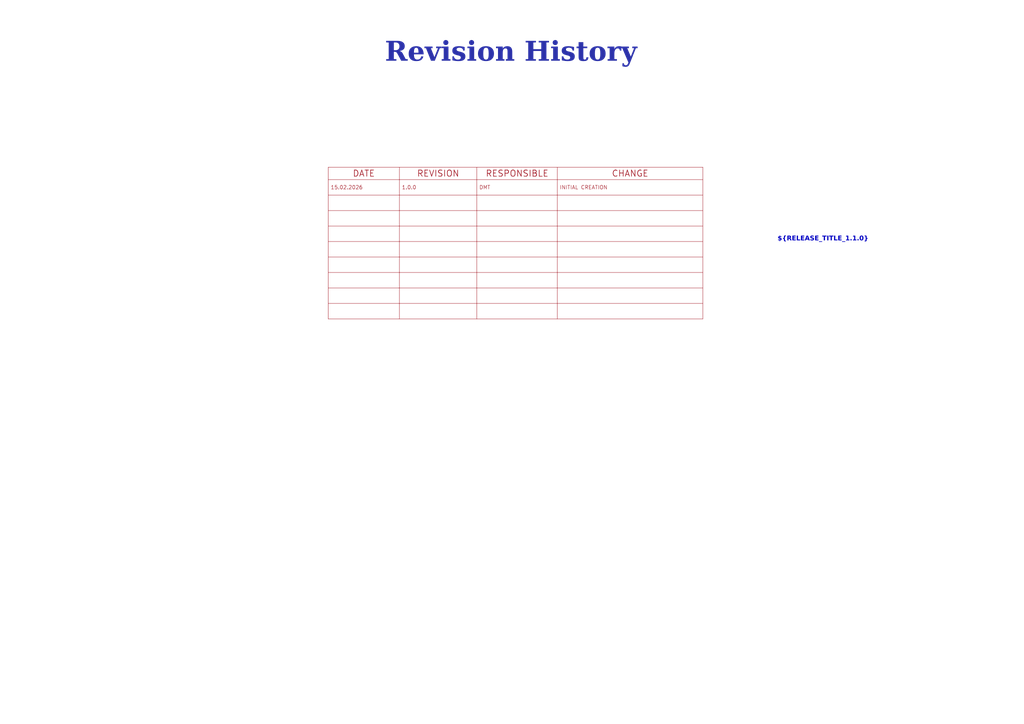
<source format=kicad_sch>
(kicad_sch
	(version 20250114)
	(generator "eeschema")
	(generator_version "9.0")
	(uuid "ea8c4f5e-7a49-4faf-a994-dbc85ed86b0a")
	(paper "A3")
	(title_block
		(title "Revision History")
		(date "2025-01-12")
		(rev "${REVISION}")
		(company "${COMPANY}")
	)
	(lib_symbols)
	(text_box "Revision History"
		(exclude_from_sim no)
		(at 12.7 15.24 0)
		(size 393.7 12.7)
		(margins 4.4999 4.4999 4.4999 4.4999)
		(stroke
			(width -0.0001)
			(type solid)
		)
		(fill
			(type none)
		)
		(effects
			(font
				(face "Times New Roman")
				(size 8 8)
				(thickness 1.2)
				(bold yes)
				(color 43 49 168 1)
			)
		)
		(uuid "20a0a094-ac98-46df-bdac-21d5721f7697")
	)
	(text_box "${RELEASE_TITLE_1.1.0}"
		(exclude_from_sim no)
		(at 317.5 95.25 0)
		(size 57.15 7.62)
		(margins 1.4287 1.4287 1.4287 1.4287)
		(stroke
			(width -0.0001)
			(type default)
		)
		(fill
			(type none)
		)
		(effects
			(font
				(face "Arial")
				(size 1.905 1.905)
				(thickness 0.254)
				(bold yes)
			)
			(justify left top)
		)
		(uuid "f47af890-f55a-44bf-b54f-b7df3adde008")
	)
	(table
		(column_count 4)
		(border
			(external yes)
			(header yes)
			(stroke
				(width 0)
				(type solid)
				(color 162 22 34 1)
			)
		)
		(separators
			(rows yes)
			(cols yes)
			(stroke
				(width 0)
				(type solid)
				(color 162 22 34 1)
			)
		)
		(column_widths 29.21 31.75 33.02 59.69)
		(row_heights 5.08 6.35 6.35 6.35 6.35 6.35 6.35 6.35 6.35 6.35)
		(cells
			(table_cell "DATE"
				(exclude_from_sim no)
				(at 134.62 68.58 0)
				(size 29.21 5.08)
				(margins 0.9525 0.9525 0.9525 0.9525)
				(span 1 1)
				(fill
					(type none)
				)
				(effects
					(font
						(size 2.54 2.54)
						(thickness 0.254)
						(bold yes)
						(color 162 22 34 1)
					)
				)
				(uuid "16d3312a-dd6f-4b7b-9fa6-38979e59d98e")
			)
			(table_cell "REVISION"
				(exclude_from_sim no)
				(at 163.83 68.58 0)
				(size 31.75 5.08)
				(margins 0.9525 0.9525 0.9525 0.9525)
				(span 1 1)
				(fill
					(type none)
				)
				(effects
					(font
						(size 2.54 2.54)
						(thickness 0.254)
						(bold yes)
						(color 162 22 34 1)
					)
				)
				(uuid "6cc6e718-7cfc-4fff-a1bf-3657f4bf5fd3")
			)
			(table_cell "RESPONSIBLE"
				(exclude_from_sim no)
				(at 195.58 68.58 0)
				(size 33.02 5.08)
				(margins 0.9525 0.9525 0.9525 0.9525)
				(span 1 1)
				(fill
					(type none)
				)
				(effects
					(font
						(size 2.54 2.54)
						(thickness 0.254)
						(bold yes)
						(color 162 22 34 1)
					)
				)
				(uuid "693f57fd-a39f-4138-abba-78c321743fcc")
			)
			(table_cell "CHANGE"
				(exclude_from_sim no)
				(at 228.6 68.58 0)
				(size 59.69 5.08)
				(margins 0.9525 0.9525 0.9525 0.9525)
				(span 1 1)
				(fill
					(type none)
				)
				(effects
					(font
						(size 2.54 2.54)
						(thickness 0.254)
						(bold yes)
						(color 162 22 34 1)
					)
				)
				(uuid "2c374fd7-404f-4487-a550-6559a77409ac")
			)
			(table_cell "15.02.2026"
				(exclude_from_sim no)
				(at 134.62 73.66 0)
				(size 29.21 6.35)
				(margins 0.9525 0.9525 0.9525 0.9525)
				(span 1 1)
				(fill
					(type none)
				)
				(effects
					(font
						(size 1.524 1.524)
						(color 162 22 34 1)
					)
					(justify left)
				)
				(uuid "dfc021c2-fd96-4e49-8a52-8d8665dc49f2")
			)
			(table_cell "1.0.0"
				(exclude_from_sim no)
				(at 163.83 73.66 0)
				(size 31.75 6.35)
				(margins 0.9525 0.9525 0.9525 0.9525)
				(span 1 1)
				(fill
					(type none)
				)
				(effects
					(font
						(size 1.524 1.524)
						(color 162 22 34 1)
					)
					(justify left)
				)
				(uuid "a86f2bb3-da39-4ed5-b3e7-5200eac4e4fd")
			)
			(table_cell "DMT"
				(exclude_from_sim no)
				(at 195.58 73.66 0)
				(size 33.02 6.35)
				(margins 0.9525 0.9525 0.9525 0.9525)
				(span 1 1)
				(fill
					(type none)
				)
				(effects
					(font
						(size 1.524 1.524)
						(color 162 22 34 1)
					)
					(justify left)
				)
				(uuid "8a47b5a1-1d7d-415a-a3d8-8e00f425fd9a")
			)
			(table_cell "INITIAL CREATION"
				(exclude_from_sim no)
				(at 228.6 73.66 0)
				(size 59.69 6.35)
				(margins 0.9525 0.9525 0.9525 0.9525)
				(span 1 1)
				(fill
					(type none)
				)
				(effects
					(font
						(size 1.524 1.524)
						(color 162 22 34 1)
					)
					(justify left)
				)
				(uuid "fa542104-d51f-4d7a-88f9-cec2d6fb4108")
			)
			(table_cell ""
				(exclude_from_sim no)
				(at 134.62 80.01 0)
				(size 29.21 6.35)
				(margins 0.9525 0.9525 0.9525 0.9525)
				(span 1 1)
				(fill
					(type none)
				)
				(effects
					(font
						(size 1.524 1.524)
						(color 162 22 34 1)
					)
					(justify left)
				)
				(uuid "e42ffa47-4e45-4c87-98ea-1e4560e65b0c")
			)
			(table_cell ""
				(exclude_from_sim no)
				(at 163.83 80.01 0)
				(size 31.75 6.35)
				(margins 0.9525 0.9525 0.9525 0.9525)
				(span 1 1)
				(fill
					(type none)
				)
				(effects
					(font
						(size 1.524 1.524)
						(color 162 22 34 1)
					)
					(justify left)
				)
				(uuid "c5eb51ab-37c1-40b1-bbc4-968bdf5c2767")
			)
			(table_cell ""
				(exclude_from_sim no)
				(at 195.58 80.01 0)
				(size 33.02 6.35)
				(margins 0.9525 0.9525 0.9525 0.9525)
				(span 1 1)
				(fill
					(type none)
				)
				(effects
					(font
						(size 1.524 1.524)
						(color 162 22 34 1)
					)
					(justify left)
				)
				(uuid "f6810b22-ac18-4310-9d50-005e705f77c4")
			)
			(table_cell ""
				(exclude_from_sim no)
				(at 228.6 80.01 0)
				(size 59.69 6.35)
				(margins 0.9525 0.9525 0.9525 0.9525)
				(span 1 1)
				(fill
					(type none)
				)
				(effects
					(font
						(size 1.524 1.524)
						(color 162 22 34 1)
					)
					(justify left)
				)
				(uuid "fea7abcc-e785-405b-a857-42485568bb27")
			)
			(table_cell ""
				(exclude_from_sim no)
				(at 134.62 86.36 0)
				(size 29.21 6.35)
				(margins 0.9525 0.9525 0.9525 0.9525)
				(span 1 1)
				(fill
					(type none)
				)
				(effects
					(font
						(size 1.524 1.524)
						(color 162 22 34 1)
					)
					(justify left)
				)
				(uuid "314ef04e-31da-433d-9fca-5cb78c826994")
			)
			(table_cell ""
				(exclude_from_sim no)
				(at 163.83 86.36 0)
				(size 31.75 6.35)
				(margins 0.9525 0.9525 0.9525 0.9525)
				(span 1 1)
				(fill
					(type none)
				)
				(effects
					(font
						(size 1.524 1.524)
						(color 162 22 34 1)
					)
					(justify left)
				)
				(uuid "05e10494-0e22-4e0d-82b5-cc1ac8351115")
			)
			(table_cell ""
				(exclude_from_sim no)
				(at 195.58 86.36 0)
				(size 33.02 6.35)
				(margins 0.9525 0.9525 0.9525 0.9525)
				(span 1 1)
				(fill
					(type none)
				)
				(effects
					(font
						(size 1.524 1.524)
						(color 162 22 34 1)
					)
					(justify left)
				)
				(uuid "6a73efd4-07c3-4feb-a275-7943358091d8")
			)
			(table_cell ""
				(exclude_from_sim no)
				(at 228.6 86.36 0)
				(size 59.69 6.35)
				(margins 0.9525 0.9525 0.9525 0.9525)
				(span 1 1)
				(fill
					(type none)
				)
				(effects
					(font
						(size 1.524 1.524)
						(color 162 22 34 1)
					)
					(justify left)
				)
				(uuid "34f58478-2403-400e-8379-f0f62275324b")
			)
			(table_cell ""
				(exclude_from_sim no)
				(at 134.62 92.71 0)
				(size 29.21 6.35)
				(margins 0.9525 0.9525 0.9525 0.9525)
				(span 1 1)
				(fill
					(type none)
				)
				(effects
					(font
						(size 1.524 1.524)
						(color 162 22 34 1)
					)
					(justify left)
				)
				(uuid "3e6931cd-d340-44cd-9fb4-169143e21baf")
			)
			(table_cell ""
				(exclude_from_sim no)
				(at 163.83 92.71 0)
				(size 31.75 6.35)
				(margins 0.9525 0.9525 0.9525 0.9525)
				(span 1 1)
				(fill
					(type none)
				)
				(effects
					(font
						(size 1.524 1.524)
						(color 162 22 34 1)
					)
					(justify left)
				)
				(uuid "6751def7-b039-450d-8bd0-3551086c1e93")
			)
			(table_cell ""
				(exclude_from_sim no)
				(at 195.58 92.71 0)
				(size 33.02 6.35)
				(margins 0.9525 0.9525 0.9525 0.9525)
				(span 1 1)
				(fill
					(type none)
				)
				(effects
					(font
						(size 1.524 1.524)
						(color 162 22 34 1)
					)
					(justify left)
				)
				(uuid "8b197c3a-9872-4348-bd75-8991d9699322")
			)
			(table_cell ""
				(exclude_from_sim no)
				(at 228.6 92.71 0)
				(size 59.69 6.35)
				(margins 0.9525 0.9525 0.9525 0.9525)
				(span 1 1)
				(fill
					(type none)
				)
				(effects
					(font
						(size 1.524 1.524)
						(color 162 22 34 1)
					)
					(justify left)
				)
				(uuid "35725703-dfd6-4e6d-900a-be7133b7b1ab")
			)
			(table_cell ""
				(exclude_from_sim no)
				(at 134.62 99.06 0)
				(size 29.21 6.35)
				(margins 0.9525 0.9525 0.9525 0.9525)
				(span 1 1)
				(fill
					(type none)
				)
				(effects
					(font
						(size 1.524 1.524)
						(color 162 22 34 1)
					)
					(justify left)
				)
				(uuid "27b3661c-8efd-4985-bb11-a7b8468cac88")
			)
			(table_cell ""
				(exclude_from_sim no)
				(at 163.83 99.06 0)
				(size 31.75 6.35)
				(margins 0.9525 0.9525 0.9525 0.9525)
				(span 1 1)
				(fill
					(type none)
				)
				(effects
					(font
						(size 1.524 1.524)
						(color 162 22 34 1)
					)
					(justify left)
				)
				(uuid "d15acc23-7267-48b7-917e-4c6b7c7a1699")
			)
			(table_cell ""
				(exclude_from_sim no)
				(at 195.58 99.06 0)
				(size 33.02 6.35)
				(margins 0.9525 0.9525 0.9525 0.9525)
				(span 1 1)
				(fill
					(type none)
				)
				(effects
					(font
						(size 1.524 1.524)
						(color 162 22 34 1)
					)
					(justify left)
				)
				(uuid "f114fbf9-610d-4e6a-b9d6-a113a0b17089")
			)
			(table_cell ""
				(exclude_from_sim no)
				(at 228.6 99.06 0)
				(size 59.69 6.35)
				(margins 0.9525 0.9525 0.9525 0.9525)
				(span 1 1)
				(fill
					(type none)
				)
				(effects
					(font
						(size 1.524 1.524)
						(color 162 22 34 1)
					)
					(justify left)
				)
				(uuid "fd960594-db21-4860-a159-307eff1e2394")
			)
			(table_cell ""
				(exclude_from_sim no)
				(at 134.62 105.41 0)
				(size 29.21 6.35)
				(margins 0.9525 0.9525 0.9525 0.9525)
				(span 1 1)
				(fill
					(type none)
				)
				(effects
					(font
						(size 1.524 1.524)
						(color 162 22 34 1)
					)
					(justify left)
				)
				(uuid "5f3fada5-ee71-4b9b-ac20-d48126302948")
			)
			(table_cell ""
				(exclude_from_sim no)
				(at 163.83 105.41 0)
				(size 31.75 6.35)
				(margins 0.9525 0.9525 0.9525 0.9525)
				(span 1 1)
				(fill
					(type none)
				)
				(effects
					(font
						(size 1.524 1.524)
						(color 162 22 34 1)
					)
					(justify left)
				)
				(uuid "a75d524f-ec0d-41ad-bcdd-4d92f8b54699")
			)
			(table_cell ""
				(exclude_from_sim no)
				(at 195.58 105.41 0)
				(size 33.02 6.35)
				(margins 0.9525 0.9525 0.9525 0.9525)
				(span 1 1)
				(fill
					(type none)
				)
				(effects
					(font
						(size 1.524 1.524)
						(color 162 22 34 1)
					)
					(justify left)
				)
				(uuid "2c18f980-867d-4d64-9a38-ae19d01ebaac")
			)
			(table_cell ""
				(exclude_from_sim no)
				(at 228.6 105.41 0)
				(size 59.69 6.35)
				(margins 0.9525 0.9525 0.9525 0.9525)
				(span 1 1)
				(fill
					(type none)
				)
				(effects
					(font
						(size 1.524 1.524)
						(color 162 22 34 1)
					)
					(justify left)
				)
				(uuid "2fee5611-1ec1-4225-ba7b-97813ac0ed7d")
			)
			(table_cell ""
				(exclude_from_sim no)
				(at 134.62 111.76 0)
				(size 29.21 6.35)
				(margins 0.9525 0.9525 0.9525 0.9525)
				(span 1 1)
				(fill
					(type none)
				)
				(effects
					(font
						(size 1.524 1.524)
						(color 162 22 34 1)
					)
					(justify left)
				)
				(uuid "61d7d810-d983-47a5-816e-de34721cc934")
			)
			(table_cell ""
				(exclude_from_sim no)
				(at 163.83 111.76 0)
				(size 31.75 6.35)
				(margins 0.9525 0.9525 0.9525 0.9525)
				(span 1 1)
				(fill
					(type none)
				)
				(effects
					(font
						(size 1.524 1.524)
						(color 162 22 34 1)
					)
					(justify left)
				)
				(uuid "50077eb1-bdf8-437a-b587-93246555991f")
			)
			(table_cell ""
				(exclude_from_sim no)
				(at 195.58 111.76 0)
				(size 33.02 6.35)
				(margins 0.9525 0.9525 0.9525 0.9525)
				(span 1 1)
				(fill
					(type none)
				)
				(effects
					(font
						(size 1.524 1.524)
						(color 162 22 34 1)
					)
					(justify left)
				)
				(uuid "1c8b2960-f010-4f0a-92fb-76b19de8dca0")
			)
			(table_cell ""
				(exclude_from_sim no)
				(at 228.6 111.76 0)
				(size 59.69 6.35)
				(margins 0.9525 0.9525 0.9525 0.9525)
				(span 1 1)
				(fill
					(type none)
				)
				(effects
					(font
						(size 1.524 1.524)
						(color 162 22 34 1)
					)
					(justify left)
				)
				(uuid "199316ce-fb9a-486e-ac8b-939e0961b3dc")
			)
			(table_cell ""
				(exclude_from_sim no)
				(at 134.62 118.11 0)
				(size 29.21 6.35)
				(margins 0.9525 0.9525 0.9525 0.9525)
				(span 1 1)
				(fill
					(type none)
				)
				(effects
					(font
						(size 1.524 1.524)
						(color 162 22 34 1)
					)
					(justify left)
				)
				(uuid "4c32011a-c945-431a-88d0-09aef55cbd21")
			)
			(table_cell ""
				(exclude_from_sim no)
				(at 163.83 118.11 0)
				(size 31.75 6.35)
				(margins 0.9525 0.9525 0.9525 0.9525)
				(span 1 1)
				(fill
					(type none)
				)
				(effects
					(font
						(size 1.524 1.524)
						(color 162 22 34 1)
					)
					(justify left)
				)
				(uuid "06504ee7-00b7-49be-ae90-a5ecfb2daaec")
			)
			(table_cell ""
				(exclude_from_sim no)
				(at 195.58 118.11 0)
				(size 33.02 6.35)
				(margins 0.9525 0.9525 0.9525 0.9525)
				(span 1 1)
				(fill
					(type none)
				)
				(effects
					(font
						(size 1.524 1.524)
						(color 162 22 34 1)
					)
					(justify left)
				)
				(uuid "2fb318fa-a7fa-4e5d-ae06-4e04c534fb2c")
			)
			(table_cell ""
				(exclude_from_sim no)
				(at 228.6 118.11 0)
				(size 59.69 6.35)
				(margins 0.9525 0.9525 0.9525 0.9525)
				(span 1 1)
				(fill
					(type none)
				)
				(effects
					(font
						(size 1.524 1.524)
						(color 162 22 34 1)
					)
					(justify left)
				)
				(uuid "e0f6a796-d4cf-4874-bf47-53cf30fb9291")
			)
			(table_cell ""
				(exclude_from_sim no)
				(at 134.62 124.46 0)
				(size 29.21 6.35)
				(margins 0.9525 0.9525 0.9525 0.9525)
				(span 1 1)
				(fill
					(type none)
				)
				(effects
					(font
						(size 1.524 1.524)
						(color 162 22 34 1)
					)
					(justify left)
				)
				(uuid "728ed11b-c87e-4a4e-a7d8-9dbe073d4468")
			)
			(table_cell ""
				(exclude_from_sim no)
				(at 163.83 124.46 0)
				(size 31.75 6.35)
				(margins 0.9525 0.9525 0.9525 0.9525)
				(span 1 1)
				(fill
					(type none)
				)
				(effects
					(font
						(size 1.524 1.524)
						(color 162 22 34 1)
					)
					(justify left)
				)
				(uuid "ca071c46-dcc2-4584-b2ee-4cc3e7086bb4")
			)
			(table_cell ""
				(exclude_from_sim no)
				(at 195.58 124.46 0)
				(size 33.02 6.35)
				(margins 0.9525 0.9525 0.9525 0.9525)
				(span 1 1)
				(fill
					(type none)
				)
				(effects
					(font
						(size 1.524 1.524)
						(color 162 22 34 1)
					)
					(justify left)
				)
				(uuid "6de247db-3a24-4dee-a3df-d11d072a8736")
			)
			(table_cell ""
				(exclude_from_sim no)
				(at 228.6 124.46 0)
				(size 59.69 6.35)
				(margins 0.9525 0.9525 0.9525 0.9525)
				(span 1 1)
				(fill
					(type none)
				)
				(effects
					(font
						(size 1.524 1.524)
						(color 162 22 34 1)
					)
					(justify left)
				)
				(uuid "f90e4358-3658-4d7f-85d4-01679df79d33")
			)
		)
	)
)

</source>
